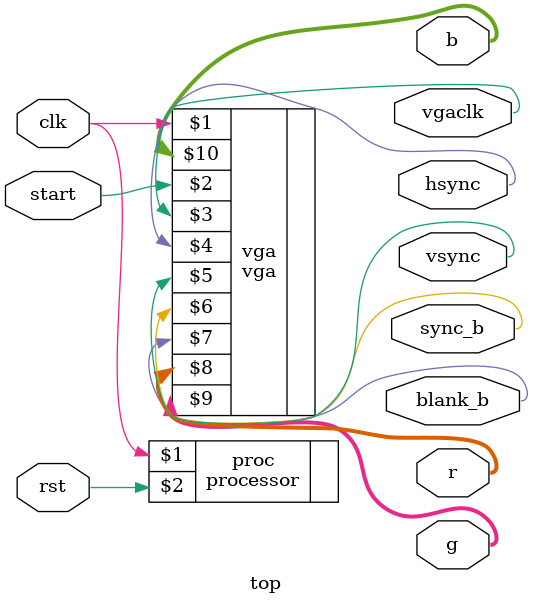
<source format=sv>
module top #(parameter N=8)(input clk, rst, start,
									 output logic vgaclk, 
									 output logic hsync, vsync, 
									 output logic sync_b, blank_b, 
									 output logic [7:0] r, g, b);
	
	processor proc(clk, rst);
	vga vga(clk, start, vgaclk, hsync, vsync, sync_b, blank_b,r, g, b);					
	
	
endmodule
</source>
